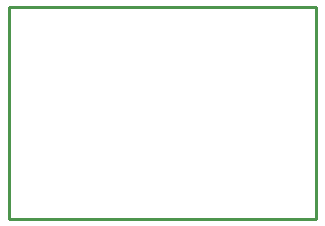
<source format=gko>
G04 Layer_Color=16711935*
%FSLAX44Y44*%
%MOMM*%
G71*
G01*
G75*
%ADD43C,0.2540*%
D43*
X260000Y0D02*
Y180000D01*
X0Y0D02*
X260000D01*
X0D02*
Y180000D01*
X260000D01*
M02*

</source>
